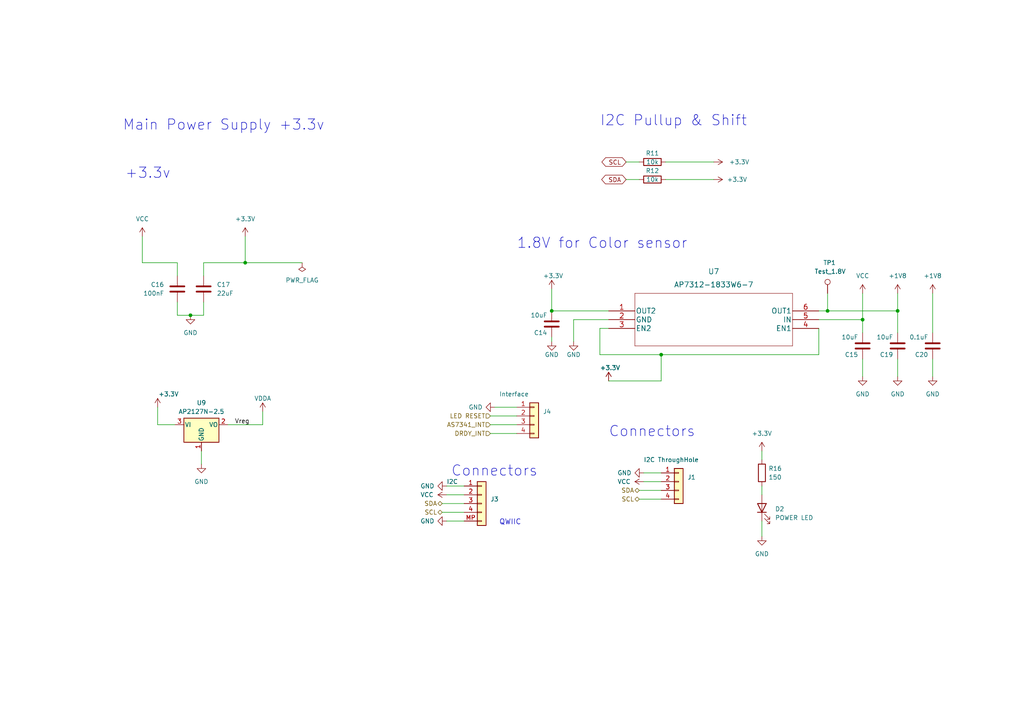
<source format=kicad_sch>
(kicad_sch (version 20230121) (generator eeschema)
  (paper "A4")
  (title_block (title "Development Board") (date "2023-10-02") (rev "3") (company "Plastic Scanner"))
  (lib_symbols
    (symbol "AP7312-1833W6-7:AP7312-1833W6-7" (pin_names (offset 0.254))
      (property "Reference" "U" (at 30.48 10.16 0))
      (property "Value" "AP7312-1833W6-7" (at 30.48 7.62 0))
      (symbol "AP7312-1833W6-7_1_1"
        (polyline (pts (xy 7.62 -10.16) (xy 53.34 -10.16)) (stroke (width 0.127)))
        (polyline (pts (xy 7.62 5.08) (xy 7.62 -10.16)) (stroke (width 0.127)))
        (polyline (pts (xy 53.34 -10.16) (xy 53.34 5.08)) (stroke (width 0.127)))
        (polyline (pts (xy 53.34 5.08) (xy 7.62 5.08)) (stroke (width 0.127)))
        (pin output line (at 0 0 0) (length 7.62) (name "OUT2") (number "1"))
        (pin power_in line (at 0 -2.54 0) (length 7.62) (name "GND") (number "2"))
        (pin input line (at 0 -5.08 0) (length 7.62) (name "EN2") (number "3"))
        (pin input line (at 60.96 -5.08 180) (length 7.62) (name "EN1") (number "4"))
        (pin input line (at 60.96 -2.54 180) (length 7.62) (name "IN") (number "5"))
        (pin output line (at 60.96 0 180) (length 7.62) (name "OUT1") (number "6"))
      )
    )
    (symbol "Connector:TestPoint" (pin_numbers hide) (pin_names (offset 0.762) hide)
      (property "Reference" "TP" (at 0 6.858 0))
      (property "Value" "TestPoint" (at 0 5.08 0))
      (symbol "TestPoint_0_1"
        (circle (center 0 3.302) (radius 0.762))
      )
      (symbol "TestPoint_1_1"
        (pin passive line (at 0 0 90) (length 2.54) (name "1") (number "1"))
      )
    )
    (symbol "Connector_Generic:Conn_01x04" (pin_names (offset 1.016) hide)
      (property "Reference" "J" (at 0 5.08 0))
      (property "Value" "Conn_01x04" (at 0 -7.62 0))
      (symbol "Conn_01x04_1_1"
        (rectangle (start -1.27 -4.953) (end 0 -5.207) (stroke (width 0.1524)))
        (rectangle (start -1.27 -2.413) (end 0 -2.667) (stroke (width 0.1524)))
        (rectangle (start -1.27 0.127) (end 0 -0.127) (stroke (width 0.1524)))
        (rectangle (start -1.27 2.667) (end 0 2.413) (stroke (width 0.1524)))
        (rectangle (start -1.27 3.81) (end 1.27 -6.35) (stroke (width 0.254)) (fill (type background)))
        (pin passive line (at -5.08 2.54 0) (length 3.81) (name "Pin_1") (number "1"))
        (pin passive line (at -5.08 0 0) (length 3.81) (name "Pin_2") (number "2"))
        (pin passive line (at -5.08 -2.54 0) (length 3.81) (name "Pin_3") (number "3"))
        (pin passive line (at -5.08 -5.08 0) (length 3.81) (name "Pin_4") (number "4"))
      )
    )
    (symbol "Connector_Generic:Conn_01x05" (pin_names (offset 1.016) hide)
      (property "Reference" "J3" (at 2.54 1.2701 0))
      (property "Value" "I2C" (at -10.16 6.35 0))
      (symbol "Conn_01x05_1_1"
        (rectangle (start -1.27 -4.953) (end 0 -5.207) (stroke (width 0.1524)))
        (rectangle (start -1.27 -2.413) (end 0 -2.667) (stroke (width 0.1524)))
        (rectangle (start -1.27 0.127) (end 0 -0.127) (stroke (width 0.1524)))
        (rectangle (start -1.27 2.667) (end 0 2.413) (stroke (width 0.1524)))
        (rectangle (start -1.27 5.207) (end 0 4.953) (stroke (width 0.1524)))
        (rectangle (start -1.27 6.35) (end 1.27 -6.35) (stroke (width 0.254)) (fill (type background)))
        (pin passive line (at -5.08 5.08 0) (length 3.81) (name "Pin_1") (number "1"))
        (pin passive line (at -5.08 2.54 0) (length 3.81) (name "Pin_2") (number "2"))
        (pin passive line (at -5.08 0 0) (length 3.81) (name "Pin_3") (number "3"))
        (pin passive line (at -5.08 -2.54 0) (length 3.81) (name "Pin_4") (number "4"))
        (pin passive line (at -5.08 -5.08 0) (length 3.81) (name "Pin_5") (number "MP"))
      )
    )
    (symbol "Device:C" (pin_numbers hide) (pin_names (offset 0.254))
      (property "Reference" "C" (at 0.635 2.54 0))
      (property "Value" "C" (at 0.635 -2.54 0))
      (symbol "C_0_1"
        (polyline (pts (xy -2.032 -0.762) (xy 2.032 -0.762)) (stroke (width 0.508)))
        (polyline (pts (xy -2.032 0.762) (xy 2.032 0.762)) (stroke (width 0.508)))
      )
      (symbol "C_1_1"
        (pin passive line (at 0 3.81 270) (length 2.794) (name "~") (number "1"))
        (pin passive line (at 0 -3.81 90) (length 2.794) (name "~") (number "2"))
      )
    )
    (symbol "Device:LED" (pin_numbers hide) (pin_names (offset 1.016) hide)
      (property "Reference" "D" (at 0 2.54 0))
      (property "Value" "LED" (at 0 -2.54 0))
      (symbol "LED_0_1"
        (polyline (pts (xy -1.27 -1.27) (xy -1.27 1.27)) (stroke (width 0.254)))
        (polyline (pts (xy -1.27 0) (xy 1.27 0)))
        (polyline (pts (xy 1.27 -1.27) (xy 1.27 1.27) (xy -1.27 0) (xy 1.27 -1.27)) (stroke (width 0.254)))
        (polyline (pts (xy -3.048 -0.762) (xy -4.572 -2.286) (xy -3.81 -2.286) (xy -4.572 -2.286) (xy -4.572 -1.524)))
        (polyline (pts (xy -1.778 -0.762) (xy -3.302 -2.286) (xy -2.54 -2.286) (xy -3.302 -2.286) (xy -3.302 -1.524)))
      )
      (symbol "LED_1_1"
        (pin passive line (at -3.81 0 0) (length 2.54) (name "K") (number "1"))
        (pin passive line (at 3.81 0 180) (length 2.54) (name "A") (number "2"))
      )
    )
    (symbol "Device:R" (pin_numbers hide) (pin_names (offset 0))
      (property "Reference" "R" (at 2.032 0 90))
      (property "Value" "R" (at 0 0 90))
      (symbol "R_0_1"
        (rectangle (start -1.016 -2.54) (end 1.016 2.54) (stroke (width 0.254)))
      )
      (symbol "R_1_1"
        (pin passive line (at 0 3.81 270) (length 1.27) (name "~") (number "1"))
        (pin passive line (at 0 -3.81 90) (length 1.27) (name "~") (number "2"))
      )
    )
    (symbol "Regulator_Linear:AP2127N-2.5" (pin_names (offset 0.254))
      (property "Reference" "U" (at -3.81 3.175 0))
      (property "Value" "AP2127N-2.5" (at 0 3.175 0))
      (symbol "AP2127N-2.5_0_1"
        (rectangle (start -5.08 1.905) (end 5.08 -5.08) (stroke (width 0.254)) (fill (type background)))
      )
      (symbol "AP2127N-2.5_1_1"
        (pin power_in line (at 0 -7.62 90) (length 2.54) (name "GND") (number "1"))
        (pin power_out line (at 7.62 0 180) (length 2.54) (name "VO") (number "2"))
        (pin power_in line (at -7.62 0 0) (length 2.54) (name "VI") (number "3"))
      )
    )
    (symbol "power:+1V8" (power) (pin_names (offset 0))
      (property "Value" "+1V8" (at 0 3.556 0))
      (symbol "+1V8_0_1"
        (polyline (pts (xy -0.762 1.27) (xy 0 2.54)))
        (polyline (pts (xy 0 0) (xy 0 2.54)))
        (polyline (pts (xy 0 2.54) (xy 0.762 1.27)))
      )
      (symbol "+1V8_1_1"
        (pin power_in line (at 0 0 90) (length 0) hide (name "+1V8") (number "1"))
      )
    )
    (symbol "power:+3.3V" (power) (pin_names (offset 0))
      (property "Value" "+3.3V" (at 0 3.556 0))
      (symbol "+3.3V_0_1"
        (polyline (pts (xy -0.762 1.27) (xy 0 2.54)))
        (polyline (pts (xy 0 0) (xy 0 2.54)))
        (polyline (pts (xy 0 2.54) (xy 0.762 1.27)))
      )
      (symbol "+3.3V_1_1"
        (pin power_in line (at 0 0 90) (length 0) hide (name "+3.3V") (number "1"))
      )
    )
    (symbol "power:GND" (power) (pin_names (offset 0))
      (property "Value" "GND" (at 0 -3.81 0))
      (symbol "GND_0_1"
        (polyline (pts (xy 0 0) (xy 0 -1.27) (xy 1.27 -1.27) (xy 0 -2.54) (xy -1.27 -1.27) (xy 0 -1.27)))
      )
      (symbol "GND_1_1"
        (pin power_in line (at 0 0 270) (length 0) hide (name "GND") (number "1"))
      )
    )
    (symbol "power:PWR_FLAG" (power) (pin_numbers hide) (pin_names (offset 0) hide)
      (property "Value" "PWR_FLAG" (at 0 3.81 0))
      (symbol "PWR_FLAG_0_0"
        (pin power_out line (at 0 0 90) (length 0) (name "pwr") (number "1"))
      )
      (symbol "PWR_FLAG_0_1"
        (polyline (pts (xy 0 0) (xy 0 1.27) (xy -1.016 1.905) (xy 0 2.54) (xy 1.016 1.905) (xy 0 1.27)))
      )
    )
    (symbol "power:VCC" (power) (pin_names (offset 0))
      (property "Value" "VCC" (at 0 3.81 0))
      (symbol "VCC_0_1"
        (polyline (pts (xy -0.762 1.27) (xy 0 2.54)))
        (polyline (pts (xy 0 0) (xy 0 2.54)))
        (polyline (pts (xy 0 2.54) (xy 0.762 1.27)))
      )
      (symbol "VCC_1_1"
        (pin power_in line (at 0 0 90) (length 0) hide (name "VCC") (number "1"))
      )
    )
    (symbol "power:VDDA" (power) (pin_names (offset 0))
      (property "Value" "VDDA" (at 0 3.81 0))
      (symbol "VDDA_0_1"
        (polyline (pts (xy -0.762 1.27) (xy 0 2.54)))
        (polyline (pts (xy 0 0) (xy 0 2.54)))
        (polyline (pts (xy 0 2.54) (xy 0.762 1.27)))
      )
      (symbol "VDDA_1_1"
        (pin power_in line (at 0 0 90) (length 0) hide (name "VDDA") (number "1"))
      )
    )
  )
  (junction (at 160.02 90.17))
  (junction (at 260.35 90.17))
  (junction (at 250.19 92.71))
  (junction (at 240.03 90.17))
  (junction (at 191.77 102.87))
  (junction (at 55.245 91.44))
  (junction (at 71.12 76.2))
  (wire (pts (xy 181.61 46.99) (xy 185.42 46.99)))
  (wire (pts (xy 173.99 95.25) (xy 176.53 95.25)))
  (wire (pts (xy 270.51 85.09) (xy 270.51 96.52)))
  (wire (pts (xy 51.435 87.63) (xy 51.435 91.44)))
  (wire (pts (xy 142.24 120.65) (xy 149.86 120.65)))
  (wire (pts (xy 220.98 151.13) (xy 220.98 155.575)))
  (wire (pts (xy 220.98 130.81) (xy 220.98 133.35)))
  (wire (pts (xy 250.19 104.14) (xy 250.19 109.22)))
  (wire (pts (xy 160.02 97.79) (xy 160.02 99.06)))
  (wire (pts (xy 41.275 76.2) (xy 51.435 76.2)))
  (wire (pts (xy 260.35 90.17) (xy 260.35 85.09)))
  (wire (pts (xy 237.49 102.87) (xy 191.77 102.87)))
  (wire (pts (xy 240.03 85.09) (xy 240.03 90.17)))
  (wire (pts (xy 220.98 140.97) (xy 220.98 143.51)))
  (wire (pts (xy 45.72 123.19) (xy 50.8 123.19)))
  (wire (pts (xy 160.02 83.82) (xy 160.02 90.17)))
  (wire (pts (xy 51.435 76.2) (xy 51.435 80.01)))
  (wire (pts (xy 71.12 76.2) (xy 87.63 76.2)))
  (wire (pts (xy 129.54 140.97) (xy 134.62 140.97)))
  (wire (pts (xy 51.435 91.44) (xy 55.245 91.44)))
  (wire (pts (xy 45.72 118.11) (xy 45.72 123.19)))
  (wire (pts (xy 270.51 104.14) (xy 270.51 109.22)))
  (wire (pts (xy 59.055 91.44) (xy 55.245 91.44)))
  (wire (pts (xy 128.27 146.05) (xy 134.62 146.05)))
  (wire (pts (xy 129.54 151.13) (xy 134.62 151.13)))
  (wire (pts (xy 128.27 148.59) (xy 134.62 148.59)))
  (wire (pts (xy 237.49 90.17) (xy 240.03 90.17)))
  (wire (pts (xy 193.04 52.07) (xy 207.01 52.07)))
  (wire (pts (xy 66.04 123.19) (xy 76.2 123.19)))
  (wire (pts (xy 173.99 102.87) (xy 173.99 95.25)))
  (wire (pts (xy 142.24 125.73) (xy 149.86 125.73)))
  (wire (pts (xy 166.37 92.71) (xy 166.37 99.06)))
  (wire (pts (xy 185.42 144.78) (xy 191.77 144.78)))
  (wire (pts (xy 237.49 95.25) (xy 237.49 102.87)))
  (wire (pts (xy 260.35 104.14) (xy 260.35 109.22)))
  (wire (pts (xy 181.61 52.07) (xy 185.42 52.07)))
  (wire (pts (xy 260.35 90.17) (xy 260.35 96.52)))
  (wire (pts (xy 186.69 137.16) (xy 191.77 137.16)))
  (wire (pts (xy 41.275 68.58) (xy 41.275 76.2)))
  (wire (pts (xy 59.055 87.63) (xy 59.055 91.44)))
  (wire (pts (xy 191.77 110.49) (xy 191.77 102.87)))
  (wire (pts (xy 143.51 118.11) (xy 149.86 118.11)))
  (wire (pts (xy 142.24 123.19) (xy 149.86 123.19)))
  (wire (pts (xy 250.19 85.09) (xy 250.19 92.71)))
  (wire (pts (xy 59.055 76.2) (xy 59.055 80.01)))
  (wire (pts (xy 59.055 76.2) (xy 71.12 76.2)))
  (wire (pts (xy 176.53 92.71) (xy 166.37 92.71)))
  (wire (pts (xy 176.53 110.49) (xy 191.77 110.49)))
  (wire (pts (xy 160.02 90.17) (xy 176.53 90.17)))
  (wire (pts (xy 129.54 143.51) (xy 134.62 143.51)))
  (wire (pts (xy 58.42 130.81) (xy 58.42 134.62)))
  (wire (pts (xy 76.2 123.19) (xy 76.2 119.38)))
  (wire (pts (xy 250.19 92.71) (xy 250.19 96.52)))
  (wire (pts (xy 193.04 46.99) (xy 207.01 46.99)))
  (wire (pts (xy 186.69 139.7) (xy 191.77 139.7)))
  (wire (pts (xy 185.42 142.24) (xy 191.77 142.24)))
  (wire (pts (xy 240.03 90.17) (xy 260.35 90.17)))
  (wire (pts (xy 191.77 102.87) (xy 173.99 102.87)))
  (wire (pts (xy 71.12 68.58) (xy 71.12 76.2)))
  (wire (pts (xy 237.49 92.71) (xy 250.19 92.71)))
  (text "Connectors" (at 130.81 138.43 0) (effects (font (size 3 3)) (justify left bottom)))
  (text "Connectors" (at 176.53 127 0) (effects (font (size 3 3)) (justify left bottom)))
  (text "QWIIC\n" (at 144.78 152.4 0) (effects (font (size 1.5 1.5)) (justify left bottom)))
  (text "Main Power Supply +3.3v" (at 35.56 38.1 0) (effects (font (size 3 3)) (justify left bottom)))
  (text "1.8V for Color sensor" (at 149.86 72.39 0) (effects (font (size 3 3)) (justify left bottom)))
  (text "+3.3v" (at 36.195 52.07 0) (effects (font (size 3 3)) (justify left bottom)))
  (text "I2C Pullup & Shift\n" (at 173.99 36.83 0) (effects (font (size 3 3)) (justify left bottom)))
  (label "Vreg" (at 72.39 123.19 180))
  (global_label "SCL" (shape bidirectional) (at 181.61 46.99 180) (property "Intersheetrefs" "${INTERSHEET_REFS}" (effects hide)))
  (global_label "SDA" (shape bidirectional) (at 181.61 52.07 180) (property "Intersheetrefs" "${INTERSHEET_REFS}" (effects hide)))
  (hierarchical_label "SDA" (shape bidirectional) (at 128.27 146.05 180))
  (hierarchical_label "DRDY_INT" (shape input) (at 142.24 125.73 180))
  (hierarchical_label "SDA" (shape bidirectional) (at 185.42 142.24 180))
  (hierarchical_label "SCL" (shape bidirectional) (at 128.27 148.59 180))
  (hierarchical_label "SCL" (shape bidirectional) (at 185.42 144.78 180))
  (hierarchical_label "AS7341_INT" (shape input) (at 142.24 123.19 180))
  (hierarchical_label "LED RESET" (shape input) (at 142.24 120.65 180))
  (symbol (lib_id "power:VCC") (at 129.54 143.51 90) (unit 1)
    (property "Reference" "#PWR05" (effects hide))
    (property "Value" "VCC" (at 121.92 143.51 90) (effects (justify right)))
  )
  (symbol (lib_id "Device:C") (at 59.055 83.82 0) (unit 1)
    (property "Reference" "C17" (at 62.865 82.5499 0) (effects (justify left)))
    (property "Value" "22uF" (at 62.865 85.0899 0) (effects (justify left)))
    (property "Footprint" "Capacitor_SMD:C_0603_1608Metric_Pad1.08x0.95mm_HandSolder" (effects hide))
  )
  (symbol (lib_id "Regulator_Linear:AP2127N-2.5") (at 58.42 123.19 0) (unit 1)
    (property "Reference" "U9" (at 58.42 116.84 0))
    (property "Value" "AP2127N-2.5" (at 58.42 119.38 0))
    (property "Footprint" "Package_TO_SOT_SMD:SOT-23" (effects hide))
    (property "Datasheet" "https://www.diodes.com/assets/Datasheets/AP2127.pdf" (effects hide))
  )
  (symbol (lib_id "power:GND") (at 186.69 137.16 270) (unit 1)
    (property "Reference" "#PWR015" (effects hide))
    (property "Value" "GND" (at 179.07 137.16 90) (effects (justify left)))
  )
  (symbol (lib_id "Device:R") (at 189.23 52.07 90) (unit 1)
    (property "Reference" "R12" (at 189.23 49.53 90))
    (property "Value" "10k" (at 189.23 52.07 90))
    (property "Footprint" "Resistor_SMD:R_0603_1608Metric_Pad0.98x0.95mm_HandSolder" (effects hide))
  )
  (symbol (lib_id "power:+3.3V") (at 176.53 110.49 0) (unit 1)
    (property "Reference" "#PWR0134" (effects hide))
    (property "Value" "+3.3V" (at 173.99 106.68 0) (effects (justify left)))
  )
  (symbol (lib_id "power:+3.3V") (at 176.53 110.49 0) (unit 1)
    (property "Reference" "#PWR0132" (effects hide))
    (property "Value" "+3.3V" (at 173.99 106.68 0) (effects (justify left)))
  )
  (symbol (lib_id "power:VCC") (at 186.69 139.7 90) (unit 1)
    (property "Reference" "#PWR0124" (effects hide))
    (property "Value" "VCC" (at 179.07 139.7 90) (effects (justify right)))
  )
  (symbol (lib_id "power:GND") (at 55.245 91.44 0) (unit 1)
    (property "Reference" "#PWR033" (effects hide))
    (property "Value" "GND" (at 55.245 96.52 0))
  )
  (symbol (lib_id "power:VDDA") (at 76.2 119.38 0) (unit 1)
    (property "Reference" "#PWR014" (effects hide))
    (property "Value" "VDDA" (at 76.2 115.57 0))
  )
  (symbol (lib_id "Connector_Generic:Conn_01x05") (at 139.7 146.05 0) (unit 1)
    (property "Reference" "J3" (at 142.24 144.7799 0) (effects (justify left)))
    (property "Value" "I2C" (at 129.54 139.7 0) (effects (justify left)))
    (property "Footprint" "Connector_JST:JST_SH_SM04B-SRSS-TB_1x04-1MP_P1.00mm_Horizontal" (effects hide))
  )
  (symbol (lib_id "power:GND") (at 58.42 134.62 0) (unit 1)
    (property "Reference" "#PWR011" (effects hide))
    (property "Value" "GND" (at 58.42 139.7 0))
    (instances (project "RoundScanner" (path "" (reference "#PWR011") (unit 1)) (path "" (reference "#PWR013") (unit 1))))
  )
  (symbol (lib_id "power:+1V8") (at 260.35 85.09 0) (unit 1)
    (property "Reference" "#PWR0127" (effects hide))
    (property "Value" "+1V8" (at 260.35 80.01 0))
  )
  (symbol (lib_id "power:GND") (at 160.02 99.06 0) (unit 1)
    (property "Reference" "#PWR0122" (effects hide))
    (property "Value" "GND" (at 160.02 102.87 0))
  )
  (symbol (lib_id "power:+3.3V") (at 160.02 83.82 0) (unit 1)
    (property "Reference" "#PWR0123" (effects hide))
    (property "Value" "+3.3V" (at 157.48 80.01 0) (effects (justify left)))
  )
  (symbol (lib_id "Device:C") (at 51.435 83.82 0) (mirror x) (unit 1)
    (property "Reference" "C16" (at 47.625 82.5499 0) (effects (justify right)))
    (property "Value" "100nF" (at 47.625 85.0899 0) (effects (justify right)))
    (property "Footprint" "Capacitor_SMD:C_0603_1608Metric_Pad1.08x0.95mm_HandSolder" (effects hide))
  )
  (symbol (lib_id "power:+1V8") (at 270.51 85.09 0) (unit 1)
    (property "Reference" "#PWR0130" (effects hide))
    (property "Value" "+1V8" (at 270.51 80.01 0))
  )
  (symbol (lib_id "power:PWR_FLAG") (at 87.63 76.2 0) (mirror x) (unit 1)
    (property "Reference" "#FLG0101" (effects hide))
    (property "Value" "PWR_FLAG" (at 87.63 81.28 0))
    (instances (project "RoundScanner" (path "" (reference "#FLG0101") (unit 1)) (path "" (reference "#FLG01") (unit 1))))
  )
  (symbol (lib_id "Device:C") (at 250.19 100.33 180) (unit 1)
    (property "Reference" "C15" (at 248.92 102.87 0) (effects (justify left)))
    (property "Value" "10uF" (at 248.92 97.79 0) (effects (justify left)))
    (property "Footprint" "Capacitor_SMD:C_0603_1608Metric_Pad1.08x0.95mm_HandSolder" (effects hide))
  )
  (symbol (lib_id "power:VCC") (at 250.19 85.09 0) (unit 1)
    (property "Reference" "#PWR0126" (effects hide))
    (property "Value" "VCC" (at 250.19 80.01 0))
  )
  (symbol (lib_id "Device:C") (at 260.35 100.33 180) (unit 1)
    (property "Reference" "C19" (at 259.08 102.87 0) (effects (justify left)))
    (property "Value" "10uF" (at 259.08 97.79 0) (effects (justify left)))
    (property "Footprint" "Capacitor_SMD:C_0603_1608Metric_Pad1.08x0.95mm_HandSolder" (effects hide))
  )
  (symbol (lib_id "Device:R") (at 189.23 46.99 270) (unit 1)
    (property "Reference" "R11" (at 189.23 44.45 90))
    (property "Value" "10k" (at 189.23 46.99 90))
    (property "Footprint" "Resistor_SMD:R_0603_1608Metric_Pad0.98x0.95mm_HandSolder" (effects hide))
  )
  (symbol (lib_id "power:+3.3V") (at 220.98 130.81 0) (unit 1)
    (property "Reference" "#PWR0102" (effects hide))
    (property "Value" "+3.3V" (at 220.98 125.73 0))
  )
  (symbol (lib_id "power:GND") (at 143.51 118.11 270) (unit 1)
    (property "Reference" "#PWR010" (effects hide))
    (property "Value" "GND" (at 135.89 118.11 90) (effects (justify left)))
  )
  (symbol (lib_id "power:GND") (at 220.98 155.575 0) (unit 1)
    (property "Reference" "#PWR0103" (effects hide))
    (property "Value" "GND" (at 220.98 160.655 0))
  )
  (symbol (lib_id "Connector:TestPoint") (at 240.03 85.09 0) (unit 1)
    (property "Reference" "TP1" (at 238.76 76.2 0) (effects (justify left)))
    (property "Value" "Test_1.8V" (at 236.22 78.74 0) (effects (justify left)))
    (property "Footprint" "TestPoint:TestPoint_Pad_D1.5mm" (effects hide))
  )
  (symbol (lib_id "Device:LED") (at 220.98 147.32 90) (unit 1)
    (property "Reference" "D2" (at 224.79 147.6374 90) (effects (justify right)))
    (property "Value" "POWER LED" (at 224.79 150.1774 90) (effects (justify right)))
    (property "Footprint" "LED_SMD:LED_0805_2012Metric_Pad1.15x1.40mm_HandSolder" (effects hide))
  )
  (symbol (lib_id "power:GND") (at 129.54 151.13 270) (unit 1)
    (property "Reference" "#PWR0137" (effects hide))
    (property "Value" "GND" (at 121.92 151.13 90) (effects (justify left)))
  )
  (symbol (lib_id "power:+3.3V") (at 71.12 68.58 0) (unit 1)
    (property "Reference" "#PWR034" (effects hide))
    (property "Value" "+3.3V" (at 71.12 63.5 0))
  )
  (symbol (lib_id "power:GND") (at 250.19 109.22 0) (unit 1)
    (property "Reference" "#PWR0128" (effects hide))
    (property "Value" "GND" (at 250.19 114.3 0))
  )
  (symbol (lib_id "power:+3.3V") (at 45.72 118.11 0) (unit 1)
    (property "Reference" "#PWR0136" (effects hide))
    (property "Value" "+3.3V" (at 48.895 114.3 0))
    (instances (project "RoundScanner" (path "" (reference "#PWR0136") (unit 1)) (path "" (reference "#PWR011") (unit 1))))
  )
  (symbol (lib_id "power:GND") (at 260.35 109.22 0) (unit 1)
    (property "Reference" "#PWR0129" (effects hide))
    (property "Value" "GND" (at 260.35 114.3 0))
  )
  (symbol (lib_id "power:+3.3V") (at 207.01 46.99 270) (unit 1)
    (property "Reference" "#PWR01" (effects hide))
    (property "Value" "+3.3V" (at 211.455 46.99 90) (effects (justify left)))
  )
  (symbol (lib_id "Device:R") (at 220.98 137.16 0) (mirror y) (unit 1)
    (property "Reference" "R16" (at 222.885 135.8899 0) (effects (justify right)))
    (property "Value" "150" (at 222.885 138.4299 0) (effects (justify right)))
    (property "Footprint" "Resistor_SMD:R_0603_1608Metric_Pad0.98x0.95mm_HandSolder" (effects hide))
  )
  (symbol (lib_id "power:GND") (at 270.51 109.22 0) (unit 1)
    (property "Reference" "#PWR0125" (effects hide))
    (property "Value" "GND" (at 270.51 114.3 0))
  )
  (symbol (lib_id "power:VCC") (at 41.275 68.58 0) (unit 1)
    (property "Reference" "#PWR0117" (effects hide))
    (property "Value" "VCC" (at 41.275 63.5 0))
  )
  (symbol (lib_id "power:GND") (at 166.37 99.06 0) (unit 1)
    (property "Reference" "#PWR0121" (effects hide))
    (property "Value" "GND" (at 166.37 102.87 0))
  )
  (symbol (lib_id "Device:C") (at 160.02 93.98 180) (unit 1)
    (property "Reference" "C14" (at 158.75 96.52 0) (effects (justify left)))
    (property "Value" "10uF" (at 158.75 91.44 0) (effects (justify left)))
    (property "Footprint" "Capacitor_SMD:C_0603_1608Metric_Pad1.08x0.95mm_HandSolder" (effects hide))
  )
  (symbol (lib_id "Connector_Generic:Conn_01x04") (at 154.94 120.65 0) (unit 1)
    (property "Reference" "J4" (at 157.48 119.3799 0) (effects (justify left)))
    (property "Value" "Interface" (at 144.78 114.3 0) (effects (justify left)))
    (property "Footprint" "Connector_PinSocket_2.54mm:PinSocket_1x04_P2.54mm_Vertical" (effects hide))
  )
  (symbol (lib_id "Connector_Generic:Conn_01x04") (at 196.85 139.7 0) (unit 1)
    (property "Reference" "J1" (at 199.39 138.4299 0) (effects (justify left)))
    (property "Value" "I2C ThroughHole" (at 186.69 133.35 0) (effects (justify left)))
    (property "Footprint" "Connector_PinSocket_2.54mm:PinSocket_1x04_P2.54mm_Vertical" (effects hide))
  )
  (symbol (lib_id "power:+3.3V") (at 207.01 52.07 270) (unit 1)
    (property "Reference" "#PWR08" (effects hide))
    (property "Value" "+3.3V" (at 210.82 52.07 90) (effects (justify left)))
  )
  (symbol (lib_id "power:GND") (at 129.54 140.97 270) (unit 1)
    (property "Reference" "#PWR03" (effects hide))
    (property "Value" "GND" (at 121.92 140.97 90) (effects (justify left)))
  )
  (symbol (lib_id "Device:C") (at 270.51 100.33 180) (unit 1)
    (property "Reference" "C20" (at 269.24 102.87 0) (effects (justify left)))
    (property "Value" "0.1uF" (at 269.24 97.79 0) (effects (justify left)))
    (property "Footprint" "Capacitor_SMD:C_0603_1608Metric_Pad1.08x0.95mm_HandSolder" (effects hide))
  )
  (symbol (lib_id "AP7312-1833W6-7:AP7312-1833W6-7") (at 176.53 90.17 0) (unit 1)
    (property "Reference" "U7" (at 207.01 78.74 0) (effects (font (size 1.524 1.524))))
    (property "Value" "AP7312-1833W6-7" (at 207.01 82.55 0) (effects (font (size 1.524 1.524))))
    (property "Footprint" "AP7312-1833W6-7:AP7312-1833W6-7" (effects hide))
  )
)
</source>
